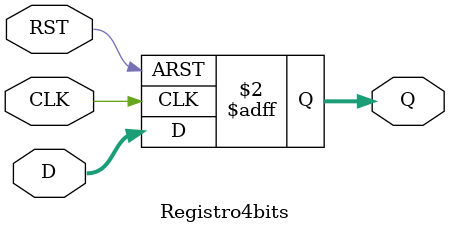
<source format=v>
module Registro4bits(CLK,RST,D,Q);

    input CLK,RST;
    input [3:0] D;
    output reg [3:0] Q;

    always @(posedge CLK or posedge RST) 
        if(RST)
            Q=3'd0;
        else
            Q=D;

endmodule
</source>
